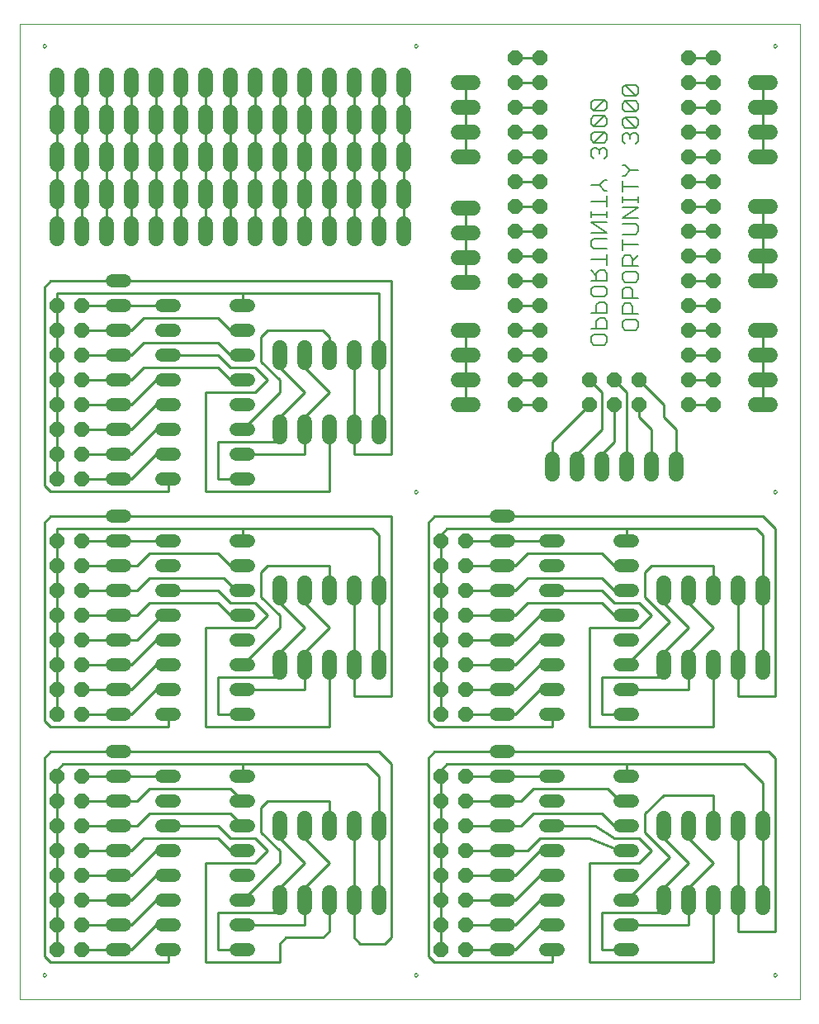
<source format=gbl>
G75*
%MOIN*%
%OFA0B0*%
%FSLAX25Y25*%
%IPPOS*%
%LPD*%
%AMOC8*
5,1,8,0,0,1.08239X$1,22.5*
%
%ADD10C,0.00000*%
%ADD11C,0.00600*%
%ADD12C,0.05200*%
%ADD13OC8,0.06000*%
%ADD14C,0.06000*%
%ADD15C,0.01000*%
D10*
X0001000Y0001000D02*
X0001000Y0394701D01*
X0315961Y0394701D01*
X0315961Y0001000D01*
X0001000Y0001000D01*
X0010311Y0011000D02*
X0010313Y0011052D01*
X0010319Y0011104D01*
X0010329Y0011155D01*
X0010342Y0011205D01*
X0010360Y0011255D01*
X0010381Y0011302D01*
X0010405Y0011348D01*
X0010434Y0011392D01*
X0010465Y0011434D01*
X0010499Y0011473D01*
X0010536Y0011510D01*
X0010576Y0011543D01*
X0010619Y0011574D01*
X0010663Y0011601D01*
X0010709Y0011625D01*
X0010758Y0011645D01*
X0010807Y0011661D01*
X0010858Y0011674D01*
X0010909Y0011683D01*
X0010961Y0011688D01*
X0011013Y0011689D01*
X0011065Y0011686D01*
X0011117Y0011679D01*
X0011168Y0011668D01*
X0011218Y0011654D01*
X0011267Y0011635D01*
X0011314Y0011613D01*
X0011359Y0011588D01*
X0011403Y0011559D01*
X0011444Y0011527D01*
X0011483Y0011492D01*
X0011518Y0011454D01*
X0011551Y0011413D01*
X0011581Y0011371D01*
X0011607Y0011326D01*
X0011630Y0011279D01*
X0011649Y0011230D01*
X0011665Y0011180D01*
X0011677Y0011130D01*
X0011685Y0011078D01*
X0011689Y0011026D01*
X0011689Y0010974D01*
X0011685Y0010922D01*
X0011677Y0010870D01*
X0011665Y0010820D01*
X0011649Y0010770D01*
X0011630Y0010721D01*
X0011607Y0010674D01*
X0011581Y0010629D01*
X0011551Y0010587D01*
X0011518Y0010546D01*
X0011483Y0010508D01*
X0011444Y0010473D01*
X0011403Y0010441D01*
X0011359Y0010412D01*
X0011314Y0010387D01*
X0011267Y0010365D01*
X0011218Y0010346D01*
X0011168Y0010332D01*
X0011117Y0010321D01*
X0011065Y0010314D01*
X0011013Y0010311D01*
X0010961Y0010312D01*
X0010909Y0010317D01*
X0010858Y0010326D01*
X0010807Y0010339D01*
X0010758Y0010355D01*
X0010709Y0010375D01*
X0010663Y0010399D01*
X0010619Y0010426D01*
X0010576Y0010457D01*
X0010536Y0010490D01*
X0010499Y0010527D01*
X0010465Y0010566D01*
X0010434Y0010608D01*
X0010405Y0010652D01*
X0010381Y0010698D01*
X0010360Y0010745D01*
X0010342Y0010795D01*
X0010329Y0010845D01*
X0010319Y0010896D01*
X0010313Y0010948D01*
X0010311Y0011000D01*
X0160311Y0011000D02*
X0160313Y0011052D01*
X0160319Y0011104D01*
X0160329Y0011155D01*
X0160342Y0011205D01*
X0160360Y0011255D01*
X0160381Y0011302D01*
X0160405Y0011348D01*
X0160434Y0011392D01*
X0160465Y0011434D01*
X0160499Y0011473D01*
X0160536Y0011510D01*
X0160576Y0011543D01*
X0160619Y0011574D01*
X0160663Y0011601D01*
X0160709Y0011625D01*
X0160758Y0011645D01*
X0160807Y0011661D01*
X0160858Y0011674D01*
X0160909Y0011683D01*
X0160961Y0011688D01*
X0161013Y0011689D01*
X0161065Y0011686D01*
X0161117Y0011679D01*
X0161168Y0011668D01*
X0161218Y0011654D01*
X0161267Y0011635D01*
X0161314Y0011613D01*
X0161359Y0011588D01*
X0161403Y0011559D01*
X0161444Y0011527D01*
X0161483Y0011492D01*
X0161518Y0011454D01*
X0161551Y0011413D01*
X0161581Y0011371D01*
X0161607Y0011326D01*
X0161630Y0011279D01*
X0161649Y0011230D01*
X0161665Y0011180D01*
X0161677Y0011130D01*
X0161685Y0011078D01*
X0161689Y0011026D01*
X0161689Y0010974D01*
X0161685Y0010922D01*
X0161677Y0010870D01*
X0161665Y0010820D01*
X0161649Y0010770D01*
X0161630Y0010721D01*
X0161607Y0010674D01*
X0161581Y0010629D01*
X0161551Y0010587D01*
X0161518Y0010546D01*
X0161483Y0010508D01*
X0161444Y0010473D01*
X0161403Y0010441D01*
X0161359Y0010412D01*
X0161314Y0010387D01*
X0161267Y0010365D01*
X0161218Y0010346D01*
X0161168Y0010332D01*
X0161117Y0010321D01*
X0161065Y0010314D01*
X0161013Y0010311D01*
X0160961Y0010312D01*
X0160909Y0010317D01*
X0160858Y0010326D01*
X0160807Y0010339D01*
X0160758Y0010355D01*
X0160709Y0010375D01*
X0160663Y0010399D01*
X0160619Y0010426D01*
X0160576Y0010457D01*
X0160536Y0010490D01*
X0160499Y0010527D01*
X0160465Y0010566D01*
X0160434Y0010608D01*
X0160405Y0010652D01*
X0160381Y0010698D01*
X0160360Y0010745D01*
X0160342Y0010795D01*
X0160329Y0010845D01*
X0160319Y0010896D01*
X0160313Y0010948D01*
X0160311Y0011000D01*
X0305311Y0011000D02*
X0305313Y0011052D01*
X0305319Y0011104D01*
X0305329Y0011155D01*
X0305342Y0011205D01*
X0305360Y0011255D01*
X0305381Y0011302D01*
X0305405Y0011348D01*
X0305434Y0011392D01*
X0305465Y0011434D01*
X0305499Y0011473D01*
X0305536Y0011510D01*
X0305576Y0011543D01*
X0305619Y0011574D01*
X0305663Y0011601D01*
X0305709Y0011625D01*
X0305758Y0011645D01*
X0305807Y0011661D01*
X0305858Y0011674D01*
X0305909Y0011683D01*
X0305961Y0011688D01*
X0306013Y0011689D01*
X0306065Y0011686D01*
X0306117Y0011679D01*
X0306168Y0011668D01*
X0306218Y0011654D01*
X0306267Y0011635D01*
X0306314Y0011613D01*
X0306359Y0011588D01*
X0306403Y0011559D01*
X0306444Y0011527D01*
X0306483Y0011492D01*
X0306518Y0011454D01*
X0306551Y0011413D01*
X0306581Y0011371D01*
X0306607Y0011326D01*
X0306630Y0011279D01*
X0306649Y0011230D01*
X0306665Y0011180D01*
X0306677Y0011130D01*
X0306685Y0011078D01*
X0306689Y0011026D01*
X0306689Y0010974D01*
X0306685Y0010922D01*
X0306677Y0010870D01*
X0306665Y0010820D01*
X0306649Y0010770D01*
X0306630Y0010721D01*
X0306607Y0010674D01*
X0306581Y0010629D01*
X0306551Y0010587D01*
X0306518Y0010546D01*
X0306483Y0010508D01*
X0306444Y0010473D01*
X0306403Y0010441D01*
X0306359Y0010412D01*
X0306314Y0010387D01*
X0306267Y0010365D01*
X0306218Y0010346D01*
X0306168Y0010332D01*
X0306117Y0010321D01*
X0306065Y0010314D01*
X0306013Y0010311D01*
X0305961Y0010312D01*
X0305909Y0010317D01*
X0305858Y0010326D01*
X0305807Y0010339D01*
X0305758Y0010355D01*
X0305709Y0010375D01*
X0305663Y0010399D01*
X0305619Y0010426D01*
X0305576Y0010457D01*
X0305536Y0010490D01*
X0305499Y0010527D01*
X0305465Y0010566D01*
X0305434Y0010608D01*
X0305405Y0010652D01*
X0305381Y0010698D01*
X0305360Y0010745D01*
X0305342Y0010795D01*
X0305329Y0010845D01*
X0305319Y0010896D01*
X0305313Y0010948D01*
X0305311Y0011000D01*
X0305311Y0206000D02*
X0305313Y0206052D01*
X0305319Y0206104D01*
X0305329Y0206155D01*
X0305342Y0206205D01*
X0305360Y0206255D01*
X0305381Y0206302D01*
X0305405Y0206348D01*
X0305434Y0206392D01*
X0305465Y0206434D01*
X0305499Y0206473D01*
X0305536Y0206510D01*
X0305576Y0206543D01*
X0305619Y0206574D01*
X0305663Y0206601D01*
X0305709Y0206625D01*
X0305758Y0206645D01*
X0305807Y0206661D01*
X0305858Y0206674D01*
X0305909Y0206683D01*
X0305961Y0206688D01*
X0306013Y0206689D01*
X0306065Y0206686D01*
X0306117Y0206679D01*
X0306168Y0206668D01*
X0306218Y0206654D01*
X0306267Y0206635D01*
X0306314Y0206613D01*
X0306359Y0206588D01*
X0306403Y0206559D01*
X0306444Y0206527D01*
X0306483Y0206492D01*
X0306518Y0206454D01*
X0306551Y0206413D01*
X0306581Y0206371D01*
X0306607Y0206326D01*
X0306630Y0206279D01*
X0306649Y0206230D01*
X0306665Y0206180D01*
X0306677Y0206130D01*
X0306685Y0206078D01*
X0306689Y0206026D01*
X0306689Y0205974D01*
X0306685Y0205922D01*
X0306677Y0205870D01*
X0306665Y0205820D01*
X0306649Y0205770D01*
X0306630Y0205721D01*
X0306607Y0205674D01*
X0306581Y0205629D01*
X0306551Y0205587D01*
X0306518Y0205546D01*
X0306483Y0205508D01*
X0306444Y0205473D01*
X0306403Y0205441D01*
X0306359Y0205412D01*
X0306314Y0205387D01*
X0306267Y0205365D01*
X0306218Y0205346D01*
X0306168Y0205332D01*
X0306117Y0205321D01*
X0306065Y0205314D01*
X0306013Y0205311D01*
X0305961Y0205312D01*
X0305909Y0205317D01*
X0305858Y0205326D01*
X0305807Y0205339D01*
X0305758Y0205355D01*
X0305709Y0205375D01*
X0305663Y0205399D01*
X0305619Y0205426D01*
X0305576Y0205457D01*
X0305536Y0205490D01*
X0305499Y0205527D01*
X0305465Y0205566D01*
X0305434Y0205608D01*
X0305405Y0205652D01*
X0305381Y0205698D01*
X0305360Y0205745D01*
X0305342Y0205795D01*
X0305329Y0205845D01*
X0305319Y0205896D01*
X0305313Y0205948D01*
X0305311Y0206000D01*
X0305311Y0386000D02*
X0305313Y0386052D01*
X0305319Y0386104D01*
X0305329Y0386155D01*
X0305342Y0386205D01*
X0305360Y0386255D01*
X0305381Y0386302D01*
X0305405Y0386348D01*
X0305434Y0386392D01*
X0305465Y0386434D01*
X0305499Y0386473D01*
X0305536Y0386510D01*
X0305576Y0386543D01*
X0305619Y0386574D01*
X0305663Y0386601D01*
X0305709Y0386625D01*
X0305758Y0386645D01*
X0305807Y0386661D01*
X0305858Y0386674D01*
X0305909Y0386683D01*
X0305961Y0386688D01*
X0306013Y0386689D01*
X0306065Y0386686D01*
X0306117Y0386679D01*
X0306168Y0386668D01*
X0306218Y0386654D01*
X0306267Y0386635D01*
X0306314Y0386613D01*
X0306359Y0386588D01*
X0306403Y0386559D01*
X0306444Y0386527D01*
X0306483Y0386492D01*
X0306518Y0386454D01*
X0306551Y0386413D01*
X0306581Y0386371D01*
X0306607Y0386326D01*
X0306630Y0386279D01*
X0306649Y0386230D01*
X0306665Y0386180D01*
X0306677Y0386130D01*
X0306685Y0386078D01*
X0306689Y0386026D01*
X0306689Y0385974D01*
X0306685Y0385922D01*
X0306677Y0385870D01*
X0306665Y0385820D01*
X0306649Y0385770D01*
X0306630Y0385721D01*
X0306607Y0385674D01*
X0306581Y0385629D01*
X0306551Y0385587D01*
X0306518Y0385546D01*
X0306483Y0385508D01*
X0306444Y0385473D01*
X0306403Y0385441D01*
X0306359Y0385412D01*
X0306314Y0385387D01*
X0306267Y0385365D01*
X0306218Y0385346D01*
X0306168Y0385332D01*
X0306117Y0385321D01*
X0306065Y0385314D01*
X0306013Y0385311D01*
X0305961Y0385312D01*
X0305909Y0385317D01*
X0305858Y0385326D01*
X0305807Y0385339D01*
X0305758Y0385355D01*
X0305709Y0385375D01*
X0305663Y0385399D01*
X0305619Y0385426D01*
X0305576Y0385457D01*
X0305536Y0385490D01*
X0305499Y0385527D01*
X0305465Y0385566D01*
X0305434Y0385608D01*
X0305405Y0385652D01*
X0305381Y0385698D01*
X0305360Y0385745D01*
X0305342Y0385795D01*
X0305329Y0385845D01*
X0305319Y0385896D01*
X0305313Y0385948D01*
X0305311Y0386000D01*
X0160311Y0386000D02*
X0160313Y0386052D01*
X0160319Y0386104D01*
X0160329Y0386155D01*
X0160342Y0386205D01*
X0160360Y0386255D01*
X0160381Y0386302D01*
X0160405Y0386348D01*
X0160434Y0386392D01*
X0160465Y0386434D01*
X0160499Y0386473D01*
X0160536Y0386510D01*
X0160576Y0386543D01*
X0160619Y0386574D01*
X0160663Y0386601D01*
X0160709Y0386625D01*
X0160758Y0386645D01*
X0160807Y0386661D01*
X0160858Y0386674D01*
X0160909Y0386683D01*
X0160961Y0386688D01*
X0161013Y0386689D01*
X0161065Y0386686D01*
X0161117Y0386679D01*
X0161168Y0386668D01*
X0161218Y0386654D01*
X0161267Y0386635D01*
X0161314Y0386613D01*
X0161359Y0386588D01*
X0161403Y0386559D01*
X0161444Y0386527D01*
X0161483Y0386492D01*
X0161518Y0386454D01*
X0161551Y0386413D01*
X0161581Y0386371D01*
X0161607Y0386326D01*
X0161630Y0386279D01*
X0161649Y0386230D01*
X0161665Y0386180D01*
X0161677Y0386130D01*
X0161685Y0386078D01*
X0161689Y0386026D01*
X0161689Y0385974D01*
X0161685Y0385922D01*
X0161677Y0385870D01*
X0161665Y0385820D01*
X0161649Y0385770D01*
X0161630Y0385721D01*
X0161607Y0385674D01*
X0161581Y0385629D01*
X0161551Y0385587D01*
X0161518Y0385546D01*
X0161483Y0385508D01*
X0161444Y0385473D01*
X0161403Y0385441D01*
X0161359Y0385412D01*
X0161314Y0385387D01*
X0161267Y0385365D01*
X0161218Y0385346D01*
X0161168Y0385332D01*
X0161117Y0385321D01*
X0161065Y0385314D01*
X0161013Y0385311D01*
X0160961Y0385312D01*
X0160909Y0385317D01*
X0160858Y0385326D01*
X0160807Y0385339D01*
X0160758Y0385355D01*
X0160709Y0385375D01*
X0160663Y0385399D01*
X0160619Y0385426D01*
X0160576Y0385457D01*
X0160536Y0385490D01*
X0160499Y0385527D01*
X0160465Y0385566D01*
X0160434Y0385608D01*
X0160405Y0385652D01*
X0160381Y0385698D01*
X0160360Y0385745D01*
X0160342Y0385795D01*
X0160329Y0385845D01*
X0160319Y0385896D01*
X0160313Y0385948D01*
X0160311Y0386000D01*
X0160311Y0206000D02*
X0160313Y0206052D01*
X0160319Y0206104D01*
X0160329Y0206155D01*
X0160342Y0206205D01*
X0160360Y0206255D01*
X0160381Y0206302D01*
X0160405Y0206348D01*
X0160434Y0206392D01*
X0160465Y0206434D01*
X0160499Y0206473D01*
X0160536Y0206510D01*
X0160576Y0206543D01*
X0160619Y0206574D01*
X0160663Y0206601D01*
X0160709Y0206625D01*
X0160758Y0206645D01*
X0160807Y0206661D01*
X0160858Y0206674D01*
X0160909Y0206683D01*
X0160961Y0206688D01*
X0161013Y0206689D01*
X0161065Y0206686D01*
X0161117Y0206679D01*
X0161168Y0206668D01*
X0161218Y0206654D01*
X0161267Y0206635D01*
X0161314Y0206613D01*
X0161359Y0206588D01*
X0161403Y0206559D01*
X0161444Y0206527D01*
X0161483Y0206492D01*
X0161518Y0206454D01*
X0161551Y0206413D01*
X0161581Y0206371D01*
X0161607Y0206326D01*
X0161630Y0206279D01*
X0161649Y0206230D01*
X0161665Y0206180D01*
X0161677Y0206130D01*
X0161685Y0206078D01*
X0161689Y0206026D01*
X0161689Y0205974D01*
X0161685Y0205922D01*
X0161677Y0205870D01*
X0161665Y0205820D01*
X0161649Y0205770D01*
X0161630Y0205721D01*
X0161607Y0205674D01*
X0161581Y0205629D01*
X0161551Y0205587D01*
X0161518Y0205546D01*
X0161483Y0205508D01*
X0161444Y0205473D01*
X0161403Y0205441D01*
X0161359Y0205412D01*
X0161314Y0205387D01*
X0161267Y0205365D01*
X0161218Y0205346D01*
X0161168Y0205332D01*
X0161117Y0205321D01*
X0161065Y0205314D01*
X0161013Y0205311D01*
X0160961Y0205312D01*
X0160909Y0205317D01*
X0160858Y0205326D01*
X0160807Y0205339D01*
X0160758Y0205355D01*
X0160709Y0205375D01*
X0160663Y0205399D01*
X0160619Y0205426D01*
X0160576Y0205457D01*
X0160536Y0205490D01*
X0160499Y0205527D01*
X0160465Y0205566D01*
X0160434Y0205608D01*
X0160405Y0205652D01*
X0160381Y0205698D01*
X0160360Y0205745D01*
X0160342Y0205795D01*
X0160329Y0205845D01*
X0160319Y0205896D01*
X0160313Y0205948D01*
X0160311Y0206000D01*
X0010311Y0386000D02*
X0010313Y0386052D01*
X0010319Y0386104D01*
X0010329Y0386155D01*
X0010342Y0386205D01*
X0010360Y0386255D01*
X0010381Y0386302D01*
X0010405Y0386348D01*
X0010434Y0386392D01*
X0010465Y0386434D01*
X0010499Y0386473D01*
X0010536Y0386510D01*
X0010576Y0386543D01*
X0010619Y0386574D01*
X0010663Y0386601D01*
X0010709Y0386625D01*
X0010758Y0386645D01*
X0010807Y0386661D01*
X0010858Y0386674D01*
X0010909Y0386683D01*
X0010961Y0386688D01*
X0011013Y0386689D01*
X0011065Y0386686D01*
X0011117Y0386679D01*
X0011168Y0386668D01*
X0011218Y0386654D01*
X0011267Y0386635D01*
X0011314Y0386613D01*
X0011359Y0386588D01*
X0011403Y0386559D01*
X0011444Y0386527D01*
X0011483Y0386492D01*
X0011518Y0386454D01*
X0011551Y0386413D01*
X0011581Y0386371D01*
X0011607Y0386326D01*
X0011630Y0386279D01*
X0011649Y0386230D01*
X0011665Y0386180D01*
X0011677Y0386130D01*
X0011685Y0386078D01*
X0011689Y0386026D01*
X0011689Y0385974D01*
X0011685Y0385922D01*
X0011677Y0385870D01*
X0011665Y0385820D01*
X0011649Y0385770D01*
X0011630Y0385721D01*
X0011607Y0385674D01*
X0011581Y0385629D01*
X0011551Y0385587D01*
X0011518Y0385546D01*
X0011483Y0385508D01*
X0011444Y0385473D01*
X0011403Y0385441D01*
X0011359Y0385412D01*
X0011314Y0385387D01*
X0011267Y0385365D01*
X0011218Y0385346D01*
X0011168Y0385332D01*
X0011117Y0385321D01*
X0011065Y0385314D01*
X0011013Y0385311D01*
X0010961Y0385312D01*
X0010909Y0385317D01*
X0010858Y0385326D01*
X0010807Y0385339D01*
X0010758Y0385355D01*
X0010709Y0385375D01*
X0010663Y0385399D01*
X0010619Y0385426D01*
X0010576Y0385457D01*
X0010536Y0385490D01*
X0010499Y0385527D01*
X0010465Y0385566D01*
X0010434Y0385608D01*
X0010405Y0385652D01*
X0010381Y0385698D01*
X0010360Y0385745D01*
X0010342Y0385795D01*
X0010329Y0385845D01*
X0010319Y0385896D01*
X0010313Y0385948D01*
X0010311Y0386000D01*
D11*
X0231800Y0363057D02*
X0231800Y0360922D01*
X0232868Y0359854D01*
X0237138Y0364125D01*
X0232868Y0364125D01*
X0231800Y0363057D01*
X0232868Y0359854D02*
X0237138Y0359854D01*
X0238205Y0360922D01*
X0238205Y0363057D01*
X0237138Y0364125D01*
X0237138Y0357679D02*
X0232868Y0357679D01*
X0231800Y0356612D01*
X0231800Y0354476D01*
X0232868Y0353409D01*
X0237138Y0357679D01*
X0238205Y0356612D01*
X0238205Y0354476D01*
X0237138Y0353409D01*
X0232868Y0353409D01*
X0232868Y0351234D02*
X0231800Y0350166D01*
X0231800Y0348031D01*
X0232868Y0346963D01*
X0237138Y0351234D01*
X0232868Y0351234D01*
X0237138Y0351234D02*
X0238205Y0350166D01*
X0238205Y0348031D01*
X0237138Y0346963D01*
X0232868Y0346963D01*
X0232868Y0344788D02*
X0231800Y0343721D01*
X0231800Y0341585D01*
X0232868Y0340518D01*
X0235003Y0342653D02*
X0235003Y0343721D01*
X0233935Y0344788D01*
X0232868Y0344788D01*
X0235003Y0343721D02*
X0236070Y0344788D01*
X0237138Y0344788D01*
X0238205Y0343721D01*
X0238205Y0341585D01*
X0237138Y0340518D01*
X0244295Y0337877D02*
X0245362Y0337877D01*
X0247497Y0335742D01*
X0250700Y0335742D01*
X0247497Y0335742D02*
X0245362Y0333606D01*
X0244295Y0333606D01*
X0244295Y0331431D02*
X0244295Y0327161D01*
X0244295Y0329296D02*
X0250700Y0329296D01*
X0250700Y0324999D02*
X0250700Y0322864D01*
X0250700Y0323932D02*
X0244295Y0323932D01*
X0244295Y0324999D02*
X0244295Y0322864D01*
X0244295Y0320689D02*
X0250700Y0320689D01*
X0244295Y0316418D01*
X0250700Y0316418D01*
X0249632Y0314243D02*
X0250700Y0313176D01*
X0250700Y0311041D01*
X0249632Y0309973D01*
X0244295Y0309973D01*
X0244295Y0307798D02*
X0244295Y0303527D01*
X0244295Y0305663D02*
X0250700Y0305663D01*
X0250700Y0301352D02*
X0248565Y0299217D01*
X0248565Y0300285D02*
X0248565Y0297082D01*
X0250700Y0297082D02*
X0244295Y0297082D01*
X0244295Y0300285D01*
X0245362Y0301352D01*
X0247497Y0301352D01*
X0248565Y0300285D01*
X0249632Y0294907D02*
X0245362Y0294907D01*
X0244295Y0293839D01*
X0244295Y0291704D01*
X0245362Y0290636D01*
X0249632Y0290636D01*
X0250700Y0291704D01*
X0250700Y0293839D01*
X0249632Y0294907D01*
X0247497Y0288461D02*
X0245362Y0288461D01*
X0244295Y0287394D01*
X0244295Y0284191D01*
X0250700Y0284191D01*
X0248565Y0284191D02*
X0248565Y0287394D01*
X0247497Y0288461D01*
X0247497Y0282016D02*
X0245362Y0282016D01*
X0244295Y0280948D01*
X0244295Y0277745D01*
X0250700Y0277745D01*
X0248565Y0277745D02*
X0248565Y0280948D01*
X0247497Y0282016D01*
X0245362Y0275570D02*
X0244295Y0274503D01*
X0244295Y0272368D01*
X0245362Y0271300D01*
X0249632Y0271300D01*
X0250700Y0272368D01*
X0250700Y0274503D01*
X0249632Y0275570D01*
X0245362Y0275570D01*
X0238205Y0274969D02*
X0238205Y0271766D01*
X0231800Y0271766D01*
X0233935Y0271766D02*
X0233935Y0274969D01*
X0235003Y0276036D01*
X0237138Y0276036D01*
X0238205Y0274969D01*
X0238205Y0278211D02*
X0238205Y0281414D01*
X0237138Y0282482D01*
X0235003Y0282482D01*
X0233935Y0281414D01*
X0233935Y0278211D01*
X0231800Y0278211D02*
X0238205Y0278211D01*
X0237138Y0284657D02*
X0232868Y0284657D01*
X0231800Y0285724D01*
X0231800Y0287860D01*
X0232868Y0288927D01*
X0237138Y0288927D01*
X0238205Y0287860D01*
X0238205Y0285724D01*
X0237138Y0284657D01*
X0238205Y0291102D02*
X0231800Y0291102D01*
X0233935Y0291102D02*
X0233935Y0294305D01*
X0235003Y0295373D01*
X0237138Y0295373D01*
X0238205Y0294305D01*
X0238205Y0291102D01*
X0233935Y0293238D02*
X0231800Y0295373D01*
X0231800Y0299683D02*
X0238205Y0299683D01*
X0238205Y0297548D02*
X0238205Y0301818D01*
X0238205Y0303993D02*
X0232868Y0303993D01*
X0231800Y0305061D01*
X0231800Y0307196D01*
X0232868Y0308264D01*
X0238205Y0308264D01*
X0238205Y0310439D02*
X0231800Y0314709D01*
X0238205Y0314709D01*
X0238205Y0316884D02*
X0238205Y0319019D01*
X0238205Y0317952D02*
X0231800Y0317952D01*
X0231800Y0319019D02*
X0231800Y0316884D01*
X0231800Y0323316D02*
X0238205Y0323316D01*
X0238205Y0321181D02*
X0238205Y0325452D01*
X0238205Y0327627D02*
X0237138Y0327627D01*
X0235003Y0329762D01*
X0231800Y0329762D01*
X0235003Y0329762D02*
X0237138Y0331897D01*
X0238205Y0331897D01*
X0245362Y0346497D02*
X0244295Y0347565D01*
X0244295Y0349700D01*
X0245362Y0350768D01*
X0246430Y0350768D01*
X0247497Y0349700D01*
X0248565Y0350768D01*
X0249632Y0350768D01*
X0250700Y0349700D01*
X0250700Y0347565D01*
X0249632Y0346497D01*
X0247497Y0348633D02*
X0247497Y0349700D01*
X0245362Y0352943D02*
X0244295Y0354011D01*
X0244295Y0356146D01*
X0245362Y0357213D01*
X0249632Y0352943D01*
X0250700Y0354011D01*
X0250700Y0356146D01*
X0249632Y0357213D01*
X0245362Y0357213D01*
X0245362Y0359388D02*
X0244295Y0360456D01*
X0244295Y0362591D01*
X0245362Y0363659D01*
X0249632Y0359388D01*
X0250700Y0360456D01*
X0250700Y0362591D01*
X0249632Y0363659D01*
X0245362Y0363659D01*
X0245362Y0365834D02*
X0244295Y0366902D01*
X0244295Y0369037D01*
X0245362Y0370104D01*
X0249632Y0365834D01*
X0250700Y0366902D01*
X0250700Y0369037D01*
X0249632Y0370104D01*
X0245362Y0370104D01*
X0245362Y0365834D02*
X0249632Y0365834D01*
X0249632Y0359388D02*
X0245362Y0359388D01*
X0245362Y0352943D02*
X0249632Y0352943D01*
X0249632Y0314243D02*
X0244295Y0314243D01*
X0238205Y0310439D02*
X0231800Y0310439D01*
X0232868Y0269591D02*
X0237138Y0269591D01*
X0238205Y0268523D01*
X0238205Y0266388D01*
X0237138Y0265320D01*
X0232868Y0265320D01*
X0231800Y0266388D01*
X0231800Y0268523D01*
X0232868Y0269591D01*
D12*
X0198600Y0196000D02*
X0193400Y0196000D01*
X0193400Y0186000D02*
X0198600Y0186000D01*
X0198600Y0176000D02*
X0193400Y0176000D01*
X0193400Y0166000D02*
X0198600Y0166000D01*
X0198600Y0156000D02*
X0193400Y0156000D01*
X0193400Y0146000D02*
X0198600Y0146000D01*
X0198600Y0136000D02*
X0193400Y0136000D01*
X0193400Y0126000D02*
X0198600Y0126000D01*
X0198600Y0116000D02*
X0193400Y0116000D01*
X0193400Y0101000D02*
X0198600Y0101000D01*
X0198600Y0091000D02*
X0193400Y0091000D01*
X0193400Y0081000D02*
X0198600Y0081000D01*
X0198600Y0071000D02*
X0193400Y0071000D01*
X0193400Y0061000D02*
X0198600Y0061000D01*
X0198600Y0051000D02*
X0193400Y0051000D01*
X0193400Y0041000D02*
X0198600Y0041000D01*
X0198600Y0031000D02*
X0193400Y0031000D01*
X0193400Y0021000D02*
X0198600Y0021000D01*
X0213400Y0021000D02*
X0218600Y0021000D01*
X0218600Y0031000D02*
X0213400Y0031000D01*
X0213400Y0041000D02*
X0218600Y0041000D01*
X0218600Y0051000D02*
X0213400Y0051000D01*
X0213400Y0061000D02*
X0218600Y0061000D01*
X0218600Y0071000D02*
X0213400Y0071000D01*
X0213400Y0081000D02*
X0218600Y0081000D01*
X0218600Y0091000D02*
X0213400Y0091000D01*
X0213400Y0116000D02*
X0218600Y0116000D01*
X0218600Y0126000D02*
X0213400Y0126000D01*
X0213400Y0136000D02*
X0218600Y0136000D01*
X0218600Y0146000D02*
X0213400Y0146000D01*
X0213400Y0156000D02*
X0218600Y0156000D01*
X0218600Y0166000D02*
X0213400Y0166000D01*
X0213400Y0176000D02*
X0218600Y0176000D01*
X0218600Y0186000D02*
X0213400Y0186000D01*
X0243400Y0186000D02*
X0248600Y0186000D01*
X0248600Y0176000D02*
X0243400Y0176000D01*
X0243400Y0166000D02*
X0248600Y0166000D01*
X0248600Y0156000D02*
X0243400Y0156000D01*
X0243400Y0146000D02*
X0248600Y0146000D01*
X0248600Y0136000D02*
X0243400Y0136000D01*
X0243400Y0126000D02*
X0248600Y0126000D01*
X0248600Y0116000D02*
X0243400Y0116000D01*
X0243400Y0091000D02*
X0248600Y0091000D01*
X0248600Y0081000D02*
X0243400Y0081000D01*
X0243400Y0071000D02*
X0248600Y0071000D01*
X0248600Y0061000D02*
X0243400Y0061000D01*
X0243400Y0051000D02*
X0248600Y0051000D01*
X0248600Y0041000D02*
X0243400Y0041000D01*
X0243400Y0031000D02*
X0248600Y0031000D01*
X0248600Y0021000D02*
X0243400Y0021000D01*
X0093600Y0021000D02*
X0088400Y0021000D01*
X0088400Y0031000D02*
X0093600Y0031000D01*
X0093600Y0041000D02*
X0088400Y0041000D01*
X0088400Y0051000D02*
X0093600Y0051000D01*
X0093600Y0061000D02*
X0088400Y0061000D01*
X0088400Y0071000D02*
X0093600Y0071000D01*
X0093600Y0081000D02*
X0088400Y0081000D01*
X0088400Y0091000D02*
X0093600Y0091000D01*
X0093600Y0116000D02*
X0088400Y0116000D01*
X0088400Y0126000D02*
X0093600Y0126000D01*
X0093600Y0136000D02*
X0088400Y0136000D01*
X0088400Y0146000D02*
X0093600Y0146000D01*
X0093600Y0156000D02*
X0088400Y0156000D01*
X0088400Y0166000D02*
X0093600Y0166000D01*
X0093600Y0176000D02*
X0088400Y0176000D01*
X0088400Y0186000D02*
X0093600Y0186000D01*
X0093600Y0211000D02*
X0088400Y0211000D01*
X0088400Y0221000D02*
X0093600Y0221000D01*
X0093600Y0231000D02*
X0088400Y0231000D01*
X0088400Y0241000D02*
X0093600Y0241000D01*
X0093600Y0251000D02*
X0088400Y0251000D01*
X0088400Y0261000D02*
X0093600Y0261000D01*
X0093600Y0271000D02*
X0088400Y0271000D01*
X0088400Y0281000D02*
X0093600Y0281000D01*
X0063600Y0281000D02*
X0058400Y0281000D01*
X0058400Y0271000D02*
X0063600Y0271000D01*
X0063600Y0261000D02*
X0058400Y0261000D01*
X0058400Y0251000D02*
X0063600Y0251000D01*
X0063600Y0241000D02*
X0058400Y0241000D01*
X0058400Y0231000D02*
X0063600Y0231000D01*
X0063600Y0221000D02*
X0058400Y0221000D01*
X0058400Y0211000D02*
X0063600Y0211000D01*
X0063600Y0186000D02*
X0058400Y0186000D01*
X0058400Y0176000D02*
X0063600Y0176000D01*
X0063600Y0166000D02*
X0058400Y0166000D01*
X0058400Y0156000D02*
X0063600Y0156000D01*
X0063600Y0146000D02*
X0058400Y0146000D01*
X0058400Y0136000D02*
X0063600Y0136000D01*
X0063600Y0126000D02*
X0058400Y0126000D01*
X0058400Y0116000D02*
X0063600Y0116000D01*
X0043600Y0116000D02*
X0038400Y0116000D01*
X0038400Y0126000D02*
X0043600Y0126000D01*
X0043600Y0136000D02*
X0038400Y0136000D01*
X0038400Y0146000D02*
X0043600Y0146000D01*
X0043600Y0156000D02*
X0038400Y0156000D01*
X0038400Y0166000D02*
X0043600Y0166000D01*
X0043600Y0176000D02*
X0038400Y0176000D01*
X0038400Y0186000D02*
X0043600Y0186000D01*
X0043600Y0196000D02*
X0038400Y0196000D01*
X0038400Y0211000D02*
X0043600Y0211000D01*
X0043600Y0221000D02*
X0038400Y0221000D01*
X0038400Y0231000D02*
X0043600Y0231000D01*
X0043600Y0241000D02*
X0038400Y0241000D01*
X0038400Y0251000D02*
X0043600Y0251000D01*
X0043600Y0261000D02*
X0038400Y0261000D01*
X0038400Y0271000D02*
X0043600Y0271000D01*
X0043600Y0281000D02*
X0038400Y0281000D01*
X0038400Y0291000D02*
X0043600Y0291000D01*
X0043600Y0101000D02*
X0038400Y0101000D01*
X0038400Y0091000D02*
X0043600Y0091000D01*
X0043600Y0081000D02*
X0038400Y0081000D01*
X0038400Y0071000D02*
X0043600Y0071000D01*
X0043600Y0061000D02*
X0038400Y0061000D01*
X0038400Y0051000D02*
X0043600Y0051000D01*
X0043600Y0041000D02*
X0038400Y0041000D01*
X0038400Y0031000D02*
X0043600Y0031000D01*
X0043600Y0021000D02*
X0038400Y0021000D01*
X0058400Y0021000D02*
X0063600Y0021000D01*
X0063600Y0031000D02*
X0058400Y0031000D01*
X0058400Y0041000D02*
X0063600Y0041000D01*
X0063600Y0051000D02*
X0058400Y0051000D01*
X0058400Y0061000D02*
X0063600Y0061000D01*
X0063600Y0071000D02*
X0058400Y0071000D01*
X0058400Y0081000D02*
X0063600Y0081000D01*
X0063600Y0091000D02*
X0058400Y0091000D01*
D13*
X0026000Y0091000D03*
X0026000Y0081000D03*
X0026000Y0071000D03*
X0026000Y0061000D03*
X0026000Y0051000D03*
X0026000Y0041000D03*
X0026000Y0031000D03*
X0026000Y0021000D03*
X0016000Y0021000D03*
X0016000Y0031000D03*
X0016000Y0041000D03*
X0016000Y0051000D03*
X0016000Y0061000D03*
X0016000Y0071000D03*
X0016000Y0081000D03*
X0016000Y0091000D03*
X0016000Y0116000D03*
X0016000Y0126000D03*
X0016000Y0136000D03*
X0016000Y0146000D03*
X0016000Y0156000D03*
X0016000Y0166000D03*
X0016000Y0176000D03*
X0016000Y0186000D03*
X0026000Y0186000D03*
X0026000Y0176000D03*
X0026000Y0166000D03*
X0026000Y0156000D03*
X0026000Y0146000D03*
X0026000Y0136000D03*
X0026000Y0126000D03*
X0026000Y0116000D03*
X0026000Y0211000D03*
X0026000Y0221000D03*
X0026000Y0231000D03*
X0026000Y0241000D03*
X0026000Y0251000D03*
X0026000Y0261000D03*
X0026000Y0271000D03*
X0026000Y0281000D03*
X0016000Y0281000D03*
X0016000Y0271000D03*
X0016000Y0261000D03*
X0016000Y0251000D03*
X0016000Y0241000D03*
X0016000Y0231000D03*
X0016000Y0221000D03*
X0016000Y0211000D03*
X0171000Y0186000D03*
X0171000Y0176000D03*
X0171000Y0166000D03*
X0171000Y0156000D03*
X0171000Y0146000D03*
X0171000Y0136000D03*
X0171000Y0126000D03*
X0171000Y0116000D03*
X0181000Y0116000D03*
X0181000Y0126000D03*
X0181000Y0136000D03*
X0181000Y0146000D03*
X0181000Y0156000D03*
X0181000Y0166000D03*
X0181000Y0176000D03*
X0181000Y0186000D03*
X0201000Y0241000D03*
X0201000Y0251000D03*
X0201000Y0261000D03*
X0201000Y0271000D03*
X0201000Y0281000D03*
X0201000Y0291000D03*
X0201000Y0301000D03*
X0201000Y0311000D03*
X0201000Y0321000D03*
X0201000Y0331000D03*
X0201000Y0341000D03*
X0201000Y0351000D03*
X0201000Y0361000D03*
X0201000Y0371000D03*
X0201000Y0381000D03*
X0211000Y0381000D03*
X0211000Y0371000D03*
X0211000Y0361000D03*
X0211000Y0351000D03*
X0211000Y0341000D03*
X0211000Y0331000D03*
X0211000Y0321000D03*
X0211000Y0311000D03*
X0211000Y0301000D03*
X0211000Y0291000D03*
X0211000Y0281000D03*
X0211000Y0271000D03*
X0211000Y0261000D03*
X0211000Y0251000D03*
X0211000Y0241000D03*
X0231000Y0241000D03*
X0231000Y0251000D03*
X0241000Y0251000D03*
X0241000Y0241000D03*
X0251000Y0241000D03*
X0251000Y0251000D03*
X0271000Y0251000D03*
X0271000Y0261000D03*
X0271000Y0271000D03*
X0271000Y0281000D03*
X0271000Y0291000D03*
X0271000Y0301000D03*
X0271000Y0311000D03*
X0271000Y0321000D03*
X0271000Y0331000D03*
X0271000Y0341000D03*
X0271000Y0351000D03*
X0271000Y0361000D03*
X0271000Y0371000D03*
X0271000Y0381000D03*
X0281000Y0381000D03*
X0281000Y0371000D03*
X0281000Y0361000D03*
X0281000Y0351000D03*
X0281000Y0341000D03*
X0281000Y0331000D03*
X0281000Y0321000D03*
X0281000Y0311000D03*
X0281000Y0301000D03*
X0281000Y0291000D03*
X0281000Y0281000D03*
X0281000Y0271000D03*
X0281000Y0261000D03*
X0281000Y0251000D03*
X0281000Y0241000D03*
X0271000Y0241000D03*
X0181000Y0091000D03*
X0181000Y0081000D03*
X0181000Y0071000D03*
X0181000Y0061000D03*
X0181000Y0051000D03*
X0181000Y0041000D03*
X0181000Y0031000D03*
X0181000Y0021000D03*
X0171000Y0021000D03*
X0171000Y0031000D03*
X0171000Y0041000D03*
X0171000Y0051000D03*
X0171000Y0061000D03*
X0171000Y0071000D03*
X0171000Y0081000D03*
X0171000Y0091000D03*
D14*
X0146000Y0074000D02*
X0146000Y0068000D01*
X0136000Y0068000D02*
X0136000Y0074000D01*
X0126000Y0074000D02*
X0126000Y0068000D01*
X0116000Y0068000D02*
X0116000Y0074000D01*
X0106000Y0074000D02*
X0106000Y0068000D01*
X0106000Y0044000D02*
X0106000Y0038000D01*
X0116000Y0038000D02*
X0116000Y0044000D01*
X0126000Y0044000D02*
X0126000Y0038000D01*
X0136000Y0038000D02*
X0136000Y0044000D01*
X0146000Y0044000D02*
X0146000Y0038000D01*
X0146000Y0133000D02*
X0146000Y0139000D01*
X0136000Y0139000D02*
X0136000Y0133000D01*
X0126000Y0133000D02*
X0126000Y0139000D01*
X0116000Y0139000D02*
X0116000Y0133000D01*
X0106000Y0133000D02*
X0106000Y0139000D01*
X0106000Y0163000D02*
X0106000Y0169000D01*
X0116000Y0169000D02*
X0116000Y0163000D01*
X0126000Y0163000D02*
X0126000Y0169000D01*
X0136000Y0169000D02*
X0136000Y0163000D01*
X0146000Y0163000D02*
X0146000Y0169000D01*
X0146000Y0228000D02*
X0146000Y0234000D01*
X0136000Y0234000D02*
X0136000Y0228000D01*
X0126000Y0228000D02*
X0126000Y0234000D01*
X0116000Y0234000D02*
X0116000Y0228000D01*
X0106000Y0228000D02*
X0106000Y0234000D01*
X0106000Y0258000D02*
X0106000Y0264000D01*
X0116000Y0264000D02*
X0116000Y0258000D01*
X0126000Y0258000D02*
X0126000Y0264000D01*
X0136000Y0264000D02*
X0136000Y0258000D01*
X0146000Y0258000D02*
X0146000Y0264000D01*
X0178000Y0261000D02*
X0184000Y0261000D01*
X0184000Y0251000D02*
X0178000Y0251000D01*
X0178000Y0241000D02*
X0184000Y0241000D01*
X0184000Y0271000D02*
X0178000Y0271000D01*
X0178000Y0290500D02*
X0184000Y0290500D01*
X0184000Y0300500D02*
X0178000Y0300500D01*
X0178000Y0310500D02*
X0184000Y0310500D01*
X0184000Y0320500D02*
X0178000Y0320500D01*
X0178000Y0341000D02*
X0184000Y0341000D01*
X0184000Y0351000D02*
X0178000Y0351000D01*
X0178000Y0361000D02*
X0184000Y0361000D01*
X0184000Y0371000D02*
X0178000Y0371000D01*
X0156000Y0368000D02*
X0156000Y0374000D01*
X0146000Y0374000D02*
X0146000Y0368000D01*
X0146000Y0359000D02*
X0146000Y0353000D01*
X0146000Y0344000D02*
X0146000Y0338000D01*
X0146000Y0329000D02*
X0146000Y0323000D01*
X0146000Y0314000D02*
X0146000Y0308000D01*
X0156000Y0308000D02*
X0156000Y0314000D01*
X0156000Y0323000D02*
X0156000Y0329000D01*
X0156000Y0338000D02*
X0156000Y0344000D01*
X0156000Y0353000D02*
X0156000Y0359000D01*
X0136000Y0359000D02*
X0136000Y0353000D01*
X0136000Y0344000D02*
X0136000Y0338000D01*
X0136000Y0329000D02*
X0136000Y0323000D01*
X0136000Y0314000D02*
X0136000Y0308000D01*
X0126000Y0308000D02*
X0126000Y0314000D01*
X0126000Y0323000D02*
X0126000Y0329000D01*
X0126000Y0338000D02*
X0126000Y0344000D01*
X0126000Y0353000D02*
X0126000Y0359000D01*
X0126000Y0368000D02*
X0126000Y0374000D01*
X0116000Y0374000D02*
X0116000Y0368000D01*
X0116000Y0359000D02*
X0116000Y0353000D01*
X0116000Y0344000D02*
X0116000Y0338000D01*
X0116000Y0329000D02*
X0116000Y0323000D01*
X0116000Y0314000D02*
X0116000Y0308000D01*
X0106000Y0308000D02*
X0106000Y0314000D01*
X0106000Y0323000D02*
X0106000Y0329000D01*
X0106000Y0338000D02*
X0106000Y0344000D01*
X0106000Y0353000D02*
X0106000Y0359000D01*
X0106000Y0368000D02*
X0106000Y0374000D01*
X0096000Y0374000D02*
X0096000Y0368000D01*
X0096000Y0359000D02*
X0096000Y0353000D01*
X0096000Y0344000D02*
X0096000Y0338000D01*
X0096000Y0329000D02*
X0096000Y0323000D01*
X0096000Y0314000D02*
X0096000Y0308000D01*
X0086000Y0308000D02*
X0086000Y0314000D01*
X0086000Y0323000D02*
X0086000Y0329000D01*
X0086000Y0338000D02*
X0086000Y0344000D01*
X0086000Y0353000D02*
X0086000Y0359000D01*
X0086000Y0368000D02*
X0086000Y0374000D01*
X0076000Y0374000D02*
X0076000Y0368000D01*
X0076000Y0359000D02*
X0076000Y0353000D01*
X0076000Y0344000D02*
X0076000Y0338000D01*
X0076000Y0329000D02*
X0076000Y0323000D01*
X0076000Y0314000D02*
X0076000Y0308000D01*
X0066000Y0308000D02*
X0066000Y0314000D01*
X0066000Y0323000D02*
X0066000Y0329000D01*
X0066000Y0338000D02*
X0066000Y0344000D01*
X0066000Y0353000D02*
X0066000Y0359000D01*
X0066000Y0368000D02*
X0066000Y0374000D01*
X0056000Y0374000D02*
X0056000Y0368000D01*
X0056000Y0359000D02*
X0056000Y0353000D01*
X0056000Y0344000D02*
X0056000Y0338000D01*
X0056000Y0329000D02*
X0056000Y0323000D01*
X0056000Y0314000D02*
X0056000Y0308000D01*
X0046000Y0308000D02*
X0046000Y0314000D01*
X0046000Y0323000D02*
X0046000Y0329000D01*
X0046000Y0338000D02*
X0046000Y0344000D01*
X0046000Y0353000D02*
X0046000Y0359000D01*
X0046000Y0368000D02*
X0046000Y0374000D01*
X0036000Y0374000D02*
X0036000Y0368000D01*
X0036000Y0359000D02*
X0036000Y0353000D01*
X0036000Y0344000D02*
X0036000Y0338000D01*
X0036000Y0329000D02*
X0036000Y0323000D01*
X0036000Y0314000D02*
X0036000Y0308000D01*
X0026000Y0308000D02*
X0026000Y0314000D01*
X0026000Y0323000D02*
X0026000Y0329000D01*
X0026000Y0338000D02*
X0026000Y0344000D01*
X0026000Y0353000D02*
X0026000Y0359000D01*
X0026000Y0368000D02*
X0026000Y0374000D01*
X0016000Y0374000D02*
X0016000Y0368000D01*
X0016000Y0359000D02*
X0016000Y0353000D01*
X0016000Y0344000D02*
X0016000Y0338000D01*
X0016000Y0329000D02*
X0016000Y0323000D01*
X0016000Y0314000D02*
X0016000Y0308000D01*
X0136000Y0368000D02*
X0136000Y0374000D01*
X0216000Y0219000D02*
X0216000Y0213000D01*
X0226000Y0213000D02*
X0226000Y0219000D01*
X0236000Y0219000D02*
X0236000Y0213000D01*
X0246000Y0213000D02*
X0246000Y0219000D01*
X0256000Y0219000D02*
X0256000Y0213000D01*
X0266000Y0213000D02*
X0266000Y0219000D01*
X0298000Y0241000D02*
X0304000Y0241000D01*
X0304000Y0251000D02*
X0298000Y0251000D01*
X0298000Y0261000D02*
X0304000Y0261000D01*
X0304000Y0271000D02*
X0298000Y0271000D01*
X0298000Y0291000D02*
X0304000Y0291000D01*
X0304000Y0301000D02*
X0298000Y0301000D01*
X0298000Y0311000D02*
X0304000Y0311000D01*
X0304000Y0321000D02*
X0298000Y0321000D01*
X0298000Y0341000D02*
X0304000Y0341000D01*
X0304000Y0351000D02*
X0298000Y0351000D01*
X0298000Y0361000D02*
X0304000Y0361000D01*
X0304000Y0371000D02*
X0298000Y0371000D01*
X0301000Y0169000D02*
X0301000Y0163000D01*
X0291000Y0163000D02*
X0291000Y0169000D01*
X0281000Y0169000D02*
X0281000Y0163000D01*
X0271000Y0163000D02*
X0271000Y0169000D01*
X0261000Y0169000D02*
X0261000Y0163000D01*
X0261000Y0139000D02*
X0261000Y0133000D01*
X0271000Y0133000D02*
X0271000Y0139000D01*
X0281000Y0139000D02*
X0281000Y0133000D01*
X0291000Y0133000D02*
X0291000Y0139000D01*
X0301000Y0139000D02*
X0301000Y0133000D01*
X0301000Y0074000D02*
X0301000Y0068000D01*
X0291000Y0068000D02*
X0291000Y0074000D01*
X0281000Y0074000D02*
X0281000Y0068000D01*
X0271000Y0068000D02*
X0271000Y0074000D01*
X0261000Y0074000D02*
X0261000Y0068000D01*
X0261000Y0044000D02*
X0261000Y0038000D01*
X0271000Y0038000D02*
X0271000Y0044000D01*
X0281000Y0044000D02*
X0281000Y0038000D01*
X0291000Y0038000D02*
X0291000Y0044000D01*
X0301000Y0044000D02*
X0301000Y0038000D01*
D15*
X0301000Y0041000D02*
X0301000Y0071000D01*
X0301000Y0088500D01*
X0293500Y0096000D01*
X0246000Y0096000D01*
X0246000Y0091000D01*
X0246000Y0096000D02*
X0173500Y0096000D01*
X0171000Y0093500D01*
X0171000Y0091000D01*
X0171000Y0081000D01*
X0171000Y0071000D01*
X0171000Y0061000D01*
X0171000Y0051000D01*
X0171000Y0041000D01*
X0171000Y0031000D01*
X0171000Y0021000D01*
X0166000Y0018500D02*
X0168500Y0016000D01*
X0216000Y0016000D01*
X0216000Y0021000D01*
X0216000Y0031000D02*
X0211000Y0031000D01*
X0201000Y0021000D01*
X0196000Y0021000D01*
X0181000Y0021000D01*
X0181000Y0031000D02*
X0196000Y0031000D01*
X0201000Y0031000D01*
X0211000Y0041000D01*
X0216000Y0041000D01*
X0216000Y0051000D02*
X0211000Y0051000D01*
X0201000Y0041000D01*
X0196000Y0041000D01*
X0181000Y0041000D01*
X0181000Y0051000D02*
X0196000Y0051000D01*
X0201000Y0051000D01*
X0211000Y0061000D01*
X0216000Y0061000D01*
X0211000Y0066000D02*
X0231000Y0066000D01*
X0243500Y0061000D01*
X0246000Y0061000D01*
X0241000Y0066000D02*
X0251000Y0066000D01*
X0256000Y0061000D01*
X0251000Y0056000D01*
X0231000Y0056000D01*
X0231000Y0016000D01*
X0281000Y0016000D01*
X0281000Y0041000D01*
X0271000Y0041000D02*
X0271000Y0031000D01*
X0246000Y0031000D01*
X0246000Y0021000D02*
X0236000Y0021000D01*
X0236000Y0036000D01*
X0261000Y0036000D01*
X0261000Y0041000D01*
X0261000Y0046000D01*
X0271000Y0056000D01*
X0261000Y0066000D01*
X0261000Y0071000D01*
X0253500Y0068500D02*
X0263500Y0058500D01*
X0246000Y0041000D01*
X0241000Y0066000D02*
X0233500Y0071000D01*
X0216000Y0071000D01*
X0211000Y0066000D02*
X0206000Y0061000D01*
X0196000Y0061000D01*
X0181000Y0061000D01*
X0181000Y0071000D02*
X0196000Y0071000D01*
X0203500Y0071000D01*
X0208500Y0076000D01*
X0236000Y0076000D01*
X0241000Y0071000D01*
X0246000Y0071000D01*
X0253500Y0068500D02*
X0253500Y0076000D01*
X0261000Y0083500D01*
X0281000Y0083500D01*
X0281000Y0071000D01*
X0271000Y0071000D02*
X0271000Y0066000D01*
X0281000Y0056000D01*
X0271000Y0046000D01*
X0271000Y0041000D01*
X0291000Y0041000D02*
X0291000Y0041513D01*
X0291000Y0028500D01*
X0306000Y0028500D01*
X0306000Y0098500D01*
X0303500Y0101000D01*
X0196000Y0101000D01*
X0168500Y0101000D01*
X0166000Y0098500D01*
X0166000Y0018500D01*
X0151000Y0026000D02*
X0151000Y0096000D01*
X0146000Y0101000D01*
X0041000Y0101000D01*
X0013500Y0101000D01*
X0011000Y0098500D01*
X0011000Y0018500D01*
X0013500Y0016000D01*
X0061000Y0016000D01*
X0061000Y0021000D01*
X0061000Y0031000D02*
X0056000Y0031000D01*
X0046000Y0021000D01*
X0041000Y0021000D01*
X0026000Y0021000D01*
X0026000Y0031000D02*
X0041000Y0031000D01*
X0046000Y0031000D01*
X0056000Y0041000D01*
X0061000Y0041000D01*
X0061000Y0051000D02*
X0056000Y0051000D01*
X0046000Y0041000D01*
X0041000Y0041000D01*
X0026000Y0041000D01*
X0026000Y0051000D02*
X0041000Y0051000D01*
X0046000Y0051000D01*
X0056000Y0061000D01*
X0061000Y0061000D01*
X0061000Y0071000D02*
X0081000Y0071000D01*
X0086000Y0066000D01*
X0096000Y0066000D01*
X0101000Y0061000D01*
X0096000Y0056000D01*
X0076000Y0056000D01*
X0076000Y0016000D01*
X0106000Y0016000D01*
X0106000Y0023500D01*
X0108500Y0026000D01*
X0123500Y0026000D01*
X0126000Y0028500D01*
X0126000Y0041000D01*
X0116000Y0041000D02*
X0116000Y0041267D01*
X0116000Y0031000D01*
X0091000Y0031000D01*
X0091000Y0021000D02*
X0081000Y0021000D01*
X0081000Y0036000D01*
X0106000Y0036000D01*
X0106000Y0041022D01*
X0106000Y0041000D01*
X0106000Y0041022D02*
X0106000Y0046000D01*
X0116000Y0056000D01*
X0106000Y0066000D01*
X0106000Y0071000D01*
X0098500Y0068500D02*
X0098500Y0078500D01*
X0101000Y0081000D01*
X0126000Y0081000D01*
X0126000Y0071000D01*
X0116000Y0071000D02*
X0116000Y0066000D01*
X0126000Y0056000D01*
X0116000Y0046000D01*
X0116000Y0041267D01*
X0106000Y0056000D02*
X0106000Y0061000D01*
X0098500Y0068500D01*
X0091000Y0071000D02*
X0086000Y0076000D01*
X0053500Y0076000D01*
X0048500Y0071000D01*
X0041000Y0071000D01*
X0026000Y0071000D01*
X0026000Y0061000D02*
X0041000Y0061000D01*
X0046000Y0061000D01*
X0051000Y0066000D01*
X0081000Y0066000D01*
X0086000Y0061000D01*
X0091000Y0061000D01*
X0106000Y0056000D02*
X0091000Y0041000D01*
X0091000Y0081000D02*
X0086000Y0086000D01*
X0053500Y0086000D01*
X0048500Y0081000D01*
X0041000Y0081000D01*
X0026000Y0081000D01*
X0026000Y0091000D02*
X0041000Y0091000D01*
X0061000Y0091000D01*
X0061000Y0111000D02*
X0013500Y0111000D01*
X0011000Y0113500D01*
X0011000Y0193500D01*
X0013500Y0196000D01*
X0041000Y0196000D01*
X0151000Y0196000D01*
X0151000Y0123500D01*
X0136000Y0123500D01*
X0136000Y0136000D01*
X0136000Y0166000D01*
X0126000Y0166000D02*
X0126000Y0176000D01*
X0101000Y0176000D01*
X0098500Y0173500D01*
X0098500Y0163500D01*
X0106000Y0156000D01*
X0106000Y0151000D01*
X0091000Y0136000D01*
X0091000Y0126000D02*
X0116000Y0126000D01*
X0116000Y0136000D01*
X0116000Y0141000D01*
X0126000Y0151000D01*
X0116000Y0161000D01*
X0116000Y0166000D01*
X0106000Y0166000D02*
X0106000Y0161000D01*
X0116000Y0151000D01*
X0106000Y0141000D01*
X0106000Y0136000D01*
X0106000Y0131000D01*
X0081000Y0131000D01*
X0081000Y0116000D01*
X0091000Y0116000D01*
X0076000Y0111000D02*
X0126000Y0111000D01*
X0126000Y0136000D01*
X0146000Y0136000D02*
X0146000Y0165506D01*
X0146000Y0166000D01*
X0146000Y0188500D01*
X0143500Y0191000D01*
X0091000Y0191000D01*
X0091000Y0186000D01*
X0091000Y0191000D02*
X0016000Y0191000D01*
X0016000Y0186000D01*
X0016000Y0176000D01*
X0016000Y0166000D01*
X0016000Y0156000D01*
X0016000Y0146000D01*
X0016000Y0136000D01*
X0016000Y0126000D01*
X0016000Y0116000D01*
X0026000Y0116000D02*
X0041000Y0116000D01*
X0046000Y0116000D01*
X0056000Y0126000D01*
X0061000Y0126000D01*
X0061000Y0116000D02*
X0061000Y0111000D01*
X0076000Y0111000D02*
X0076000Y0151000D01*
X0096000Y0151000D01*
X0101000Y0156000D01*
X0096000Y0161000D01*
X0086000Y0161000D01*
X0081000Y0166000D01*
X0061000Y0166000D01*
X0061000Y0156000D02*
X0058500Y0156000D01*
X0048500Y0146000D01*
X0041000Y0146000D01*
X0026000Y0146000D01*
X0026000Y0136000D02*
X0041000Y0136000D01*
X0046000Y0136000D01*
X0056000Y0146000D01*
X0061000Y0146000D01*
X0061000Y0136000D02*
X0056000Y0136000D01*
X0046000Y0126000D01*
X0041000Y0126000D01*
X0026000Y0126000D01*
X0018500Y0096000D02*
X0091000Y0096000D01*
X0141000Y0096000D01*
X0146000Y0091000D01*
X0146000Y0071000D01*
X0146000Y0041000D01*
X0136000Y0041000D02*
X0136000Y0026000D01*
X0138500Y0023500D01*
X0148500Y0023500D01*
X0151000Y0026000D01*
X0136000Y0041000D02*
X0136000Y0071000D01*
X0168500Y0111000D02*
X0166000Y0113500D01*
X0166000Y0193500D01*
X0168500Y0196000D01*
X0196000Y0196000D01*
X0301000Y0196000D01*
X0306000Y0191000D01*
X0306000Y0123500D01*
X0291000Y0123500D01*
X0291000Y0136042D01*
X0291000Y0136000D01*
X0291000Y0136042D02*
X0291000Y0166000D01*
X0281000Y0166000D02*
X0281000Y0176000D01*
X0256000Y0176000D01*
X0253500Y0173500D01*
X0253500Y0163500D01*
X0263500Y0153500D01*
X0246000Y0136000D01*
X0246000Y0126000D02*
X0271000Y0126000D01*
X0271000Y0136000D01*
X0271000Y0141000D01*
X0281000Y0151000D01*
X0271000Y0161000D01*
X0271000Y0166000D01*
X0261000Y0166000D02*
X0261000Y0161000D01*
X0271000Y0151000D01*
X0261000Y0141000D01*
X0261000Y0136000D01*
X0261000Y0131000D01*
X0236000Y0131000D01*
X0236000Y0116000D01*
X0246000Y0116000D01*
X0231000Y0111000D02*
X0281000Y0111000D01*
X0281000Y0136000D01*
X0301000Y0136000D02*
X0301000Y0165751D01*
X0301000Y0166000D01*
X0301000Y0188500D01*
X0298500Y0191000D01*
X0246000Y0191000D01*
X0246000Y0186000D01*
X0246000Y0191000D02*
X0173500Y0191000D01*
X0171000Y0188500D01*
X0171000Y0186000D01*
X0171000Y0176000D01*
X0171000Y0166000D01*
X0171000Y0156000D01*
X0171000Y0146000D01*
X0171000Y0136000D01*
X0171000Y0126000D01*
X0171000Y0116000D01*
X0168500Y0111000D02*
X0216000Y0111000D01*
X0216000Y0116000D01*
X0216000Y0126000D02*
X0211000Y0126000D01*
X0201000Y0116000D01*
X0196000Y0116000D01*
X0181000Y0116000D01*
X0181000Y0126000D02*
X0196000Y0126000D01*
X0201000Y0126000D01*
X0211000Y0136000D01*
X0216000Y0136000D01*
X0216000Y0146000D02*
X0211000Y0146000D01*
X0201000Y0136000D01*
X0196000Y0136000D01*
X0181000Y0136000D01*
X0181000Y0146000D02*
X0196000Y0146000D01*
X0201000Y0146000D01*
X0211000Y0156000D01*
X0216000Y0156000D01*
X0216000Y0166000D02*
X0236000Y0166000D01*
X0241000Y0161000D01*
X0251000Y0161000D01*
X0256000Y0156000D01*
X0251000Y0151000D01*
X0231000Y0151000D01*
X0231000Y0111000D01*
X0216000Y0091000D02*
X0196000Y0091000D01*
X0181000Y0091000D01*
X0181000Y0081000D02*
X0196000Y0081000D01*
X0203500Y0081000D01*
X0208500Y0086000D01*
X0238500Y0086000D01*
X0243500Y0081000D01*
X0246000Y0081000D01*
X0291000Y0071000D02*
X0291000Y0041513D01*
X0246000Y0156000D02*
X0241000Y0156000D01*
X0236000Y0161000D01*
X0206000Y0161000D01*
X0201000Y0156000D01*
X0196000Y0156000D01*
X0181000Y0156000D01*
X0181000Y0166000D02*
X0196000Y0166000D01*
X0201000Y0166000D01*
X0206000Y0171000D01*
X0236000Y0171000D01*
X0241000Y0166000D01*
X0246000Y0166000D01*
X0246000Y0176000D02*
X0241000Y0176000D01*
X0236000Y0181000D01*
X0206000Y0181000D01*
X0201000Y0176000D01*
X0196000Y0176000D01*
X0181000Y0176000D01*
X0181000Y0186000D02*
X0196000Y0186000D01*
X0216000Y0186000D01*
X0216000Y0216000D02*
X0216000Y0226000D01*
X0231000Y0241000D01*
X0236000Y0246000D02*
X0236000Y0231000D01*
X0226000Y0221000D01*
X0226000Y0216000D01*
X0236000Y0216000D02*
X0236000Y0221000D01*
X0241000Y0226000D01*
X0241000Y0241000D01*
X0236000Y0246000D02*
X0231000Y0251000D01*
X0241000Y0251000D02*
X0246000Y0246000D01*
X0246000Y0216000D01*
X0256000Y0216000D02*
X0256000Y0231000D01*
X0251000Y0236000D01*
X0251000Y0241000D01*
X0251000Y0251000D02*
X0261000Y0241000D01*
X0261000Y0236000D01*
X0266000Y0231000D01*
X0266000Y0216000D01*
X0271000Y0241000D02*
X0281000Y0241000D01*
X0281000Y0251000D02*
X0271000Y0251000D01*
X0271000Y0261000D02*
X0281000Y0261000D01*
X0281000Y0271000D02*
X0271000Y0271000D01*
X0271000Y0281000D02*
X0281000Y0281000D01*
X0281000Y0291000D02*
X0271000Y0291000D01*
X0271000Y0301000D02*
X0281000Y0301000D01*
X0281000Y0311000D02*
X0271000Y0311000D01*
X0271000Y0321000D02*
X0281000Y0321000D01*
X0281000Y0331000D02*
X0271000Y0331000D01*
X0271000Y0341000D02*
X0281000Y0341000D01*
X0281000Y0351000D02*
X0271000Y0351000D01*
X0271000Y0361000D02*
X0281000Y0361000D01*
X0281000Y0371000D02*
X0271000Y0371000D01*
X0271000Y0381000D02*
X0281000Y0381000D01*
X0301000Y0371000D02*
X0301000Y0361000D01*
X0301000Y0351000D01*
X0301000Y0341000D01*
X0301000Y0321000D02*
X0301000Y0311000D01*
X0301000Y0301000D01*
X0301000Y0291000D01*
X0301000Y0271000D02*
X0301000Y0261000D01*
X0301000Y0251000D01*
X0301000Y0241000D01*
X0211000Y0241000D02*
X0201000Y0241000D01*
X0201000Y0251000D02*
X0211000Y0251000D01*
X0211000Y0261000D02*
X0201000Y0261000D01*
X0201000Y0271000D02*
X0211000Y0271000D01*
X0211000Y0281000D02*
X0201000Y0281000D01*
X0201000Y0291000D02*
X0211000Y0291000D01*
X0211000Y0301000D02*
X0201000Y0301000D01*
X0201000Y0311000D02*
X0211000Y0311000D01*
X0211000Y0321000D02*
X0201000Y0321000D01*
X0201000Y0331000D02*
X0211000Y0331000D01*
X0211000Y0341000D02*
X0201000Y0341000D01*
X0201000Y0351000D02*
X0211000Y0351000D01*
X0211000Y0361000D02*
X0201000Y0361000D01*
X0201000Y0371000D02*
X0211000Y0371000D01*
X0211000Y0381000D02*
X0201000Y0381000D01*
X0181000Y0371000D02*
X0181000Y0361000D01*
X0181000Y0351000D01*
X0181000Y0341000D01*
X0181000Y0320500D02*
X0181000Y0310500D01*
X0181000Y0300500D01*
X0181000Y0290500D01*
X0181000Y0271000D02*
X0181000Y0261000D01*
X0181000Y0251000D01*
X0181000Y0241000D01*
X0151000Y0221000D02*
X0136000Y0221000D01*
X0136000Y0231000D01*
X0136000Y0261000D01*
X0126000Y0261000D02*
X0126000Y0268500D01*
X0123500Y0271000D01*
X0101000Y0271000D01*
X0098500Y0268500D01*
X0098500Y0258500D01*
X0106000Y0251000D01*
X0106000Y0246000D01*
X0091000Y0231000D01*
X0091000Y0221000D02*
X0116000Y0221000D01*
X0116000Y0230476D01*
X0116000Y0236000D01*
X0126000Y0246000D01*
X0116000Y0256000D01*
X0116000Y0261000D01*
X0106000Y0261000D02*
X0106000Y0256000D01*
X0116000Y0246000D01*
X0106000Y0236000D01*
X0106000Y0230476D01*
X0106000Y0231000D01*
X0106000Y0231328D01*
X0106000Y0230476D02*
X0106000Y0226000D01*
X0081000Y0226000D01*
X0081000Y0211000D01*
X0091000Y0211000D01*
X0076000Y0206000D02*
X0126000Y0206000D01*
X0126000Y0231000D01*
X0116000Y0231000D02*
X0116000Y0230476D01*
X0096000Y0246000D02*
X0101000Y0251000D01*
X0096000Y0256000D01*
X0086000Y0256000D01*
X0081000Y0261000D01*
X0061000Y0261000D01*
X0061000Y0251000D02*
X0056000Y0251000D01*
X0046000Y0241000D01*
X0041000Y0241000D01*
X0026000Y0241000D01*
X0026000Y0231000D02*
X0041000Y0231000D01*
X0046000Y0231000D01*
X0056000Y0241000D01*
X0061000Y0241000D01*
X0061000Y0231000D02*
X0056000Y0231000D01*
X0046000Y0221000D01*
X0041000Y0221000D01*
X0026000Y0221000D01*
X0026000Y0211000D02*
X0041000Y0211000D01*
X0046000Y0211000D01*
X0056000Y0221000D01*
X0061000Y0221000D01*
X0061000Y0211000D02*
X0061000Y0206000D01*
X0013500Y0206000D01*
X0011000Y0208500D01*
X0011000Y0288500D01*
X0013500Y0291000D01*
X0041018Y0291000D01*
X0041000Y0291000D01*
X0041018Y0291000D02*
X0151000Y0291000D01*
X0151000Y0221000D01*
X0146000Y0231000D02*
X0146000Y0261000D01*
X0146000Y0286000D01*
X0091000Y0286000D01*
X0091000Y0281000D01*
X0091000Y0286000D02*
X0016000Y0286000D01*
X0016000Y0281498D01*
X0016000Y0271000D01*
X0016000Y0261000D01*
X0016000Y0251000D01*
X0016000Y0241000D01*
X0016000Y0231000D01*
X0016000Y0221000D01*
X0016000Y0211000D01*
X0026000Y0186000D02*
X0041000Y0186000D01*
X0061000Y0186000D01*
X0053500Y0181000D02*
X0081000Y0181000D01*
X0086000Y0176000D01*
X0091000Y0176000D01*
X0083500Y0171000D02*
X0053500Y0171000D01*
X0048500Y0166000D01*
X0041000Y0166000D01*
X0026000Y0166000D01*
X0026000Y0156000D02*
X0041000Y0156000D01*
X0048500Y0156000D01*
X0053500Y0161000D01*
X0081000Y0161000D01*
X0086000Y0156000D01*
X0091000Y0156000D01*
X0091000Y0166000D02*
X0088500Y0166000D01*
X0083500Y0171000D01*
X0076000Y0206000D02*
X0076000Y0246000D01*
X0096000Y0246000D01*
X0091000Y0251000D02*
X0086000Y0251000D01*
X0081000Y0256000D01*
X0051000Y0256000D01*
X0046000Y0251000D01*
X0041000Y0251000D01*
X0026000Y0251000D01*
X0026000Y0261000D02*
X0041000Y0261000D01*
X0046000Y0261000D01*
X0051000Y0266000D01*
X0081000Y0266000D01*
X0086000Y0261000D01*
X0091000Y0261000D01*
X0091000Y0271000D02*
X0086000Y0271000D01*
X0081000Y0276000D01*
X0051000Y0276000D01*
X0046000Y0271000D01*
X0041000Y0271000D01*
X0026000Y0271000D01*
X0026000Y0281000D02*
X0041000Y0281000D01*
X0061000Y0281000D01*
X0056000Y0311000D02*
X0056000Y0326000D01*
X0056000Y0341000D01*
X0056000Y0356000D01*
X0056000Y0371000D01*
X0046000Y0371000D02*
X0046000Y0356000D01*
X0046000Y0341000D01*
X0046000Y0326000D01*
X0046000Y0311000D01*
X0036000Y0311000D02*
X0036000Y0326000D01*
X0036000Y0341000D01*
X0036000Y0356000D01*
X0036000Y0371000D01*
X0026000Y0371000D02*
X0026000Y0356000D01*
X0026000Y0341000D01*
X0026000Y0326000D01*
X0026000Y0311000D01*
X0016000Y0311000D02*
X0016000Y0326000D01*
X0016000Y0341000D01*
X0016000Y0356000D01*
X0016000Y0371000D01*
X0066000Y0371000D02*
X0066000Y0356000D01*
X0066000Y0341000D01*
X0066000Y0326000D01*
X0066000Y0311000D01*
X0076000Y0311000D02*
X0076000Y0326000D01*
X0076000Y0341000D01*
X0076000Y0356000D01*
X0076000Y0371000D01*
X0086000Y0371000D02*
X0086000Y0356000D01*
X0086000Y0341000D01*
X0086000Y0326000D01*
X0086000Y0311000D01*
X0096000Y0311000D02*
X0096000Y0326000D01*
X0096000Y0341000D01*
X0096000Y0356000D01*
X0096000Y0371000D01*
X0106000Y0371000D02*
X0106000Y0356000D01*
X0106000Y0341000D01*
X0106000Y0325494D01*
X0106000Y0326000D01*
X0106000Y0325494D02*
X0106000Y0311000D01*
X0116000Y0311000D02*
X0116000Y0326000D01*
X0116000Y0341000D01*
X0116000Y0356000D01*
X0116000Y0371000D01*
X0126000Y0371000D02*
X0126000Y0356000D01*
X0126000Y0341000D01*
X0126000Y0326000D01*
X0126000Y0311000D01*
X0136000Y0311000D02*
X0136000Y0326000D01*
X0136000Y0341000D01*
X0136000Y0356000D01*
X0136000Y0371000D01*
X0146000Y0371000D02*
X0146000Y0356000D01*
X0146000Y0341000D01*
X0146000Y0326000D01*
X0146000Y0311000D01*
X0156000Y0311000D02*
X0156000Y0326000D01*
X0156000Y0341000D01*
X0156000Y0356000D01*
X0156000Y0371000D01*
X0016000Y0281498D02*
X0016000Y0281000D01*
X0053500Y0181000D02*
X0048500Y0176000D01*
X0041000Y0176000D01*
X0026000Y0176000D01*
X0018500Y0096000D02*
X0016000Y0093500D01*
X0016000Y0091000D01*
X0016000Y0081000D01*
X0016000Y0071000D01*
X0016000Y0061000D01*
X0016000Y0051000D01*
X0016000Y0041000D01*
X0016000Y0031000D01*
X0016000Y0021000D01*
X0091000Y0091000D02*
X0091000Y0096000D01*
M02*

</source>
